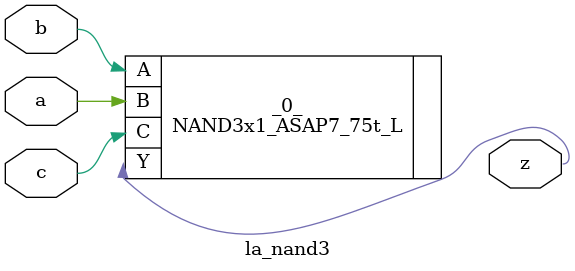
<source format=v>
/* Generated by Yosys 0.37 (git sha1 a5c7f69ed, clang 14.0.0-1ubuntu1.1 -fPIC -Os) */

module la_nand3(a, b, c, z);
  input a;
  wire a;
  input b;
  wire b;
  input c;
  wire c;
  output z;
  wire z;
  NAND3x1_ASAP7_75t_L _0_ (
    .A(b),
    .B(a),
    .C(c),
    .Y(z)
  );
endmodule

</source>
